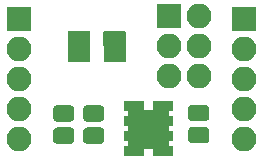
<source format=gbr>
G04 #@! TF.GenerationSoftware,KiCad,Pcbnew,5.0.0*
G04 #@! TF.CreationDate,2018-11-11T14:42:04-05:00*
G04 #@! TF.ProjectId,Barometer-Pi-Module,4261726F6D657465722D50692D4D6F64,rev?*
G04 #@! TF.SameCoordinates,Original*
G04 #@! TF.FileFunction,Soldermask,Top*
G04 #@! TF.FilePolarity,Negative*
%FSLAX46Y46*%
G04 Gerber Fmt 4.6, Leading zero omitted, Abs format (unit mm)*
G04 Created by KiCad (PCBNEW 5.0.0) date Sun Nov 11 14:42:04 2018*
%MOMM*%
%LPD*%
G01*
G04 APERTURE LIST*
%ADD10C,0.150000*%
%ADD11R,2.100000X2.100000*%
%ADD12O,2.100000X2.100000*%
%ADD13C,1.000000*%
%ADD14C,0.100000*%
%ADD15R,1.900000X1.400000*%
%ADD16R,1.710000X0.930000*%
%ADD17C,1.375000*%
G04 APERTURE END LIST*
D10*
G36*
X195518296Y-88989545D02*
X195518296Y-92164545D01*
X192216296Y-92164545D01*
X192216296Y-88989545D01*
X195518296Y-88989545D01*
G37*
X195518296Y-88989545D02*
X195518296Y-92164545D01*
X192216296Y-92164545D01*
X192216296Y-88989545D01*
X195518296Y-88989545D01*
D11*
G04 #@! TO.C,J2*
X195580000Y-81026000D03*
D12*
X198120000Y-81026000D03*
X195580000Y-83566000D03*
X198120000Y-83566000D03*
X195580000Y-86106000D03*
X198120000Y-86106000D03*
G04 #@! TD*
D13*
G04 #@! TO.C,JP2*
X191008000Y-82916000D03*
D14*
G36*
X191954157Y-83455018D02*
X191942776Y-83492537D01*
X191924294Y-83527114D01*
X191899421Y-83557421D01*
X191869114Y-83582294D01*
X191834537Y-83600776D01*
X191797018Y-83612157D01*
X191758000Y-83616000D01*
X191508000Y-83616000D01*
X191508000Y-83816000D01*
X191504157Y-83855018D01*
X191492776Y-83892537D01*
X191474294Y-83927114D01*
X191449421Y-83957421D01*
X191419114Y-83982294D01*
X191384537Y-84000776D01*
X191347018Y-84012157D01*
X191308000Y-84016000D01*
X190708000Y-84016000D01*
X190668982Y-84012157D01*
X190631463Y-84000776D01*
X190596886Y-83982294D01*
X190566579Y-83957421D01*
X190541706Y-83927114D01*
X190523224Y-83892537D01*
X190511843Y-83855018D01*
X190508000Y-83816000D01*
X190508000Y-83616000D01*
X190258000Y-83616000D01*
X190218982Y-83612157D01*
X190181463Y-83600776D01*
X190146886Y-83582294D01*
X190116579Y-83557421D01*
X190091706Y-83527114D01*
X190073224Y-83492537D01*
X190061843Y-83455018D01*
X190058000Y-83416000D01*
X190058000Y-82416000D01*
X190061843Y-82376982D01*
X190073224Y-82339463D01*
X190091706Y-82304886D01*
X190116579Y-82274579D01*
X190146886Y-82249706D01*
X190181463Y-82231224D01*
X190218982Y-82219843D01*
X190258000Y-82216000D01*
X191758000Y-82216000D01*
X191797018Y-82219843D01*
X191834537Y-82231224D01*
X191869114Y-82249706D01*
X191899421Y-82274579D01*
X191924294Y-82304886D01*
X191942776Y-82339463D01*
X191954157Y-82376982D01*
X191958000Y-82416000D01*
X191958000Y-83416000D01*
X191954157Y-83455018D01*
X191954157Y-83455018D01*
G37*
D15*
X191008000Y-84216000D03*
G04 #@! TD*
G04 #@! TO.C,JP1*
X187960000Y-84216000D03*
X187960000Y-82916000D03*
G04 #@! TD*
D16*
G04 #@! TO.C,U1*
X195067296Y-92388545D03*
X192667296Y-92388545D03*
X195067296Y-91138545D03*
X195067296Y-89888545D03*
X195067296Y-88638545D03*
X192667296Y-88638545D03*
X192667296Y-89888545D03*
X192667296Y-91138545D03*
G04 #@! TD*
D12*
G04 #@! TO.C,J4*
X201930000Y-91440000D03*
X201930000Y-88900000D03*
X201930000Y-86360000D03*
X201930000Y-83820000D03*
D11*
X201930000Y-81280000D03*
G04 #@! TD*
D12*
G04 #@! TO.C,J1*
X182880000Y-91440000D03*
X182880000Y-88900000D03*
X182880000Y-86360000D03*
X182880000Y-83820000D03*
D11*
X182880000Y-81280000D03*
G04 #@! TD*
D14*
G04 #@! TO.C,C1*
G36*
X198709943Y-90384200D02*
X198743312Y-90389150D01*
X198776035Y-90397347D01*
X198807797Y-90408711D01*
X198838293Y-90423135D01*
X198867227Y-90440477D01*
X198894323Y-90460573D01*
X198919318Y-90483227D01*
X198941972Y-90508222D01*
X198962068Y-90535318D01*
X198979410Y-90564252D01*
X198993834Y-90594748D01*
X199005198Y-90626510D01*
X199013395Y-90659233D01*
X199018345Y-90692602D01*
X199020000Y-90726295D01*
X199020000Y-91413795D01*
X199018345Y-91447488D01*
X199013395Y-91480857D01*
X199005198Y-91513580D01*
X198993834Y-91545342D01*
X198979410Y-91575838D01*
X198962068Y-91604772D01*
X198941972Y-91631868D01*
X198919318Y-91656863D01*
X198894323Y-91679517D01*
X198867227Y-91699613D01*
X198838293Y-91716955D01*
X198807797Y-91731379D01*
X198776035Y-91742743D01*
X198743312Y-91750940D01*
X198709943Y-91755890D01*
X198676250Y-91757545D01*
X197563750Y-91757545D01*
X197530057Y-91755890D01*
X197496688Y-91750940D01*
X197463965Y-91742743D01*
X197432203Y-91731379D01*
X197401707Y-91716955D01*
X197372773Y-91699613D01*
X197345677Y-91679517D01*
X197320682Y-91656863D01*
X197298028Y-91631868D01*
X197277932Y-91604772D01*
X197260590Y-91575838D01*
X197246166Y-91545342D01*
X197234802Y-91513580D01*
X197226605Y-91480857D01*
X197221655Y-91447488D01*
X197220000Y-91413795D01*
X197220000Y-90726295D01*
X197221655Y-90692602D01*
X197226605Y-90659233D01*
X197234802Y-90626510D01*
X197246166Y-90594748D01*
X197260590Y-90564252D01*
X197277932Y-90535318D01*
X197298028Y-90508222D01*
X197320682Y-90483227D01*
X197345677Y-90460573D01*
X197372773Y-90440477D01*
X197401707Y-90423135D01*
X197432203Y-90408711D01*
X197463965Y-90397347D01*
X197496688Y-90389150D01*
X197530057Y-90384200D01*
X197563750Y-90382545D01*
X198676250Y-90382545D01*
X198709943Y-90384200D01*
X198709943Y-90384200D01*
G37*
D17*
X198120000Y-91070045D03*
D14*
G36*
X198709943Y-88509200D02*
X198743312Y-88514150D01*
X198776035Y-88522347D01*
X198807797Y-88533711D01*
X198838293Y-88548135D01*
X198867227Y-88565477D01*
X198894323Y-88585573D01*
X198919318Y-88608227D01*
X198941972Y-88633222D01*
X198962068Y-88660318D01*
X198979410Y-88689252D01*
X198993834Y-88719748D01*
X199005198Y-88751510D01*
X199013395Y-88784233D01*
X199018345Y-88817602D01*
X199020000Y-88851295D01*
X199020000Y-89538795D01*
X199018345Y-89572488D01*
X199013395Y-89605857D01*
X199005198Y-89638580D01*
X198993834Y-89670342D01*
X198979410Y-89700838D01*
X198962068Y-89729772D01*
X198941972Y-89756868D01*
X198919318Y-89781863D01*
X198894323Y-89804517D01*
X198867227Y-89824613D01*
X198838293Y-89841955D01*
X198807797Y-89856379D01*
X198776035Y-89867743D01*
X198743312Y-89875940D01*
X198709943Y-89880890D01*
X198676250Y-89882545D01*
X197563750Y-89882545D01*
X197530057Y-89880890D01*
X197496688Y-89875940D01*
X197463965Y-89867743D01*
X197432203Y-89856379D01*
X197401707Y-89841955D01*
X197372773Y-89824613D01*
X197345677Y-89804517D01*
X197320682Y-89781863D01*
X197298028Y-89756868D01*
X197277932Y-89729772D01*
X197260590Y-89700838D01*
X197246166Y-89670342D01*
X197234802Y-89638580D01*
X197226605Y-89605857D01*
X197221655Y-89572488D01*
X197220000Y-89538795D01*
X197220000Y-88851295D01*
X197221655Y-88817602D01*
X197226605Y-88784233D01*
X197234802Y-88751510D01*
X197246166Y-88719748D01*
X197260590Y-88689252D01*
X197277932Y-88660318D01*
X197298028Y-88633222D01*
X197320682Y-88608227D01*
X197345677Y-88585573D01*
X197372773Y-88565477D01*
X197401707Y-88548135D01*
X197432203Y-88533711D01*
X197463965Y-88522347D01*
X197496688Y-88514150D01*
X197530057Y-88509200D01*
X197563750Y-88507545D01*
X198676250Y-88507545D01*
X198709943Y-88509200D01*
X198709943Y-88509200D01*
G37*
D17*
X198120000Y-89195045D03*
G04 #@! TD*
D14*
G04 #@! TO.C,R2*
G36*
X189819943Y-88546655D02*
X189853312Y-88551605D01*
X189886035Y-88559802D01*
X189917797Y-88571166D01*
X189948293Y-88585590D01*
X189977227Y-88602932D01*
X190004323Y-88623028D01*
X190029318Y-88645682D01*
X190051972Y-88670677D01*
X190072068Y-88697773D01*
X190089410Y-88726707D01*
X190103834Y-88757203D01*
X190115198Y-88788965D01*
X190123395Y-88821688D01*
X190128345Y-88855057D01*
X190130000Y-88888750D01*
X190130000Y-89576250D01*
X190128345Y-89609943D01*
X190123395Y-89643312D01*
X190115198Y-89676035D01*
X190103834Y-89707797D01*
X190089410Y-89738293D01*
X190072068Y-89767227D01*
X190051972Y-89794323D01*
X190029318Y-89819318D01*
X190004323Y-89841972D01*
X189977227Y-89862068D01*
X189948293Y-89879410D01*
X189917797Y-89893834D01*
X189886035Y-89905198D01*
X189853312Y-89913395D01*
X189819943Y-89918345D01*
X189786250Y-89920000D01*
X188673750Y-89920000D01*
X188640057Y-89918345D01*
X188606688Y-89913395D01*
X188573965Y-89905198D01*
X188542203Y-89893834D01*
X188511707Y-89879410D01*
X188482773Y-89862068D01*
X188455677Y-89841972D01*
X188430682Y-89819318D01*
X188408028Y-89794323D01*
X188387932Y-89767227D01*
X188370590Y-89738293D01*
X188356166Y-89707797D01*
X188344802Y-89676035D01*
X188336605Y-89643312D01*
X188331655Y-89609943D01*
X188330000Y-89576250D01*
X188330000Y-88888750D01*
X188331655Y-88855057D01*
X188336605Y-88821688D01*
X188344802Y-88788965D01*
X188356166Y-88757203D01*
X188370590Y-88726707D01*
X188387932Y-88697773D01*
X188408028Y-88670677D01*
X188430682Y-88645682D01*
X188455677Y-88623028D01*
X188482773Y-88602932D01*
X188511707Y-88585590D01*
X188542203Y-88571166D01*
X188573965Y-88559802D01*
X188606688Y-88551605D01*
X188640057Y-88546655D01*
X188673750Y-88545000D01*
X189786250Y-88545000D01*
X189819943Y-88546655D01*
X189819943Y-88546655D01*
G37*
D17*
X189230000Y-89232500D03*
D14*
G36*
X189819943Y-90421655D02*
X189853312Y-90426605D01*
X189886035Y-90434802D01*
X189917797Y-90446166D01*
X189948293Y-90460590D01*
X189977227Y-90477932D01*
X190004323Y-90498028D01*
X190029318Y-90520682D01*
X190051972Y-90545677D01*
X190072068Y-90572773D01*
X190089410Y-90601707D01*
X190103834Y-90632203D01*
X190115198Y-90663965D01*
X190123395Y-90696688D01*
X190128345Y-90730057D01*
X190130000Y-90763750D01*
X190130000Y-91451250D01*
X190128345Y-91484943D01*
X190123395Y-91518312D01*
X190115198Y-91551035D01*
X190103834Y-91582797D01*
X190089410Y-91613293D01*
X190072068Y-91642227D01*
X190051972Y-91669323D01*
X190029318Y-91694318D01*
X190004323Y-91716972D01*
X189977227Y-91737068D01*
X189948293Y-91754410D01*
X189917797Y-91768834D01*
X189886035Y-91780198D01*
X189853312Y-91788395D01*
X189819943Y-91793345D01*
X189786250Y-91795000D01*
X188673750Y-91795000D01*
X188640057Y-91793345D01*
X188606688Y-91788395D01*
X188573965Y-91780198D01*
X188542203Y-91768834D01*
X188511707Y-91754410D01*
X188482773Y-91737068D01*
X188455677Y-91716972D01*
X188430682Y-91694318D01*
X188408028Y-91669323D01*
X188387932Y-91642227D01*
X188370590Y-91613293D01*
X188356166Y-91582797D01*
X188344802Y-91551035D01*
X188336605Y-91518312D01*
X188331655Y-91484943D01*
X188330000Y-91451250D01*
X188330000Y-90763750D01*
X188331655Y-90730057D01*
X188336605Y-90696688D01*
X188344802Y-90663965D01*
X188356166Y-90632203D01*
X188370590Y-90601707D01*
X188387932Y-90572773D01*
X188408028Y-90545677D01*
X188430682Y-90520682D01*
X188455677Y-90498028D01*
X188482773Y-90477932D01*
X188511707Y-90460590D01*
X188542203Y-90446166D01*
X188573965Y-90434802D01*
X188606688Y-90426605D01*
X188640057Y-90421655D01*
X188673750Y-90420000D01*
X189786250Y-90420000D01*
X189819943Y-90421655D01*
X189819943Y-90421655D01*
G37*
D17*
X189230000Y-91107500D03*
G04 #@! TD*
D14*
G04 #@! TO.C,R1*
G36*
X187279943Y-90421655D02*
X187313312Y-90426605D01*
X187346035Y-90434802D01*
X187377797Y-90446166D01*
X187408293Y-90460590D01*
X187437227Y-90477932D01*
X187464323Y-90498028D01*
X187489318Y-90520682D01*
X187511972Y-90545677D01*
X187532068Y-90572773D01*
X187549410Y-90601707D01*
X187563834Y-90632203D01*
X187575198Y-90663965D01*
X187583395Y-90696688D01*
X187588345Y-90730057D01*
X187590000Y-90763750D01*
X187590000Y-91451250D01*
X187588345Y-91484943D01*
X187583395Y-91518312D01*
X187575198Y-91551035D01*
X187563834Y-91582797D01*
X187549410Y-91613293D01*
X187532068Y-91642227D01*
X187511972Y-91669323D01*
X187489318Y-91694318D01*
X187464323Y-91716972D01*
X187437227Y-91737068D01*
X187408293Y-91754410D01*
X187377797Y-91768834D01*
X187346035Y-91780198D01*
X187313312Y-91788395D01*
X187279943Y-91793345D01*
X187246250Y-91795000D01*
X186133750Y-91795000D01*
X186100057Y-91793345D01*
X186066688Y-91788395D01*
X186033965Y-91780198D01*
X186002203Y-91768834D01*
X185971707Y-91754410D01*
X185942773Y-91737068D01*
X185915677Y-91716972D01*
X185890682Y-91694318D01*
X185868028Y-91669323D01*
X185847932Y-91642227D01*
X185830590Y-91613293D01*
X185816166Y-91582797D01*
X185804802Y-91551035D01*
X185796605Y-91518312D01*
X185791655Y-91484943D01*
X185790000Y-91451250D01*
X185790000Y-90763750D01*
X185791655Y-90730057D01*
X185796605Y-90696688D01*
X185804802Y-90663965D01*
X185816166Y-90632203D01*
X185830590Y-90601707D01*
X185847932Y-90572773D01*
X185868028Y-90545677D01*
X185890682Y-90520682D01*
X185915677Y-90498028D01*
X185942773Y-90477932D01*
X185971707Y-90460590D01*
X186002203Y-90446166D01*
X186033965Y-90434802D01*
X186066688Y-90426605D01*
X186100057Y-90421655D01*
X186133750Y-90420000D01*
X187246250Y-90420000D01*
X187279943Y-90421655D01*
X187279943Y-90421655D01*
G37*
D17*
X186690000Y-91107500D03*
D14*
G36*
X187279943Y-88546655D02*
X187313312Y-88551605D01*
X187346035Y-88559802D01*
X187377797Y-88571166D01*
X187408293Y-88585590D01*
X187437227Y-88602932D01*
X187464323Y-88623028D01*
X187489318Y-88645682D01*
X187511972Y-88670677D01*
X187532068Y-88697773D01*
X187549410Y-88726707D01*
X187563834Y-88757203D01*
X187575198Y-88788965D01*
X187583395Y-88821688D01*
X187588345Y-88855057D01*
X187590000Y-88888750D01*
X187590000Y-89576250D01*
X187588345Y-89609943D01*
X187583395Y-89643312D01*
X187575198Y-89676035D01*
X187563834Y-89707797D01*
X187549410Y-89738293D01*
X187532068Y-89767227D01*
X187511972Y-89794323D01*
X187489318Y-89819318D01*
X187464323Y-89841972D01*
X187437227Y-89862068D01*
X187408293Y-89879410D01*
X187377797Y-89893834D01*
X187346035Y-89905198D01*
X187313312Y-89913395D01*
X187279943Y-89918345D01*
X187246250Y-89920000D01*
X186133750Y-89920000D01*
X186100057Y-89918345D01*
X186066688Y-89913395D01*
X186033965Y-89905198D01*
X186002203Y-89893834D01*
X185971707Y-89879410D01*
X185942773Y-89862068D01*
X185915677Y-89841972D01*
X185890682Y-89819318D01*
X185868028Y-89794323D01*
X185847932Y-89767227D01*
X185830590Y-89738293D01*
X185816166Y-89707797D01*
X185804802Y-89676035D01*
X185796605Y-89643312D01*
X185791655Y-89609943D01*
X185790000Y-89576250D01*
X185790000Y-88888750D01*
X185791655Y-88855057D01*
X185796605Y-88821688D01*
X185804802Y-88788965D01*
X185816166Y-88757203D01*
X185830590Y-88726707D01*
X185847932Y-88697773D01*
X185868028Y-88670677D01*
X185890682Y-88645682D01*
X185915677Y-88623028D01*
X185942773Y-88602932D01*
X185971707Y-88585590D01*
X186002203Y-88571166D01*
X186033965Y-88559802D01*
X186066688Y-88551605D01*
X186100057Y-88546655D01*
X186133750Y-88545000D01*
X187246250Y-88545000D01*
X187279943Y-88546655D01*
X187279943Y-88546655D01*
G37*
D17*
X186690000Y-89232500D03*
G04 #@! TD*
M02*

</source>
